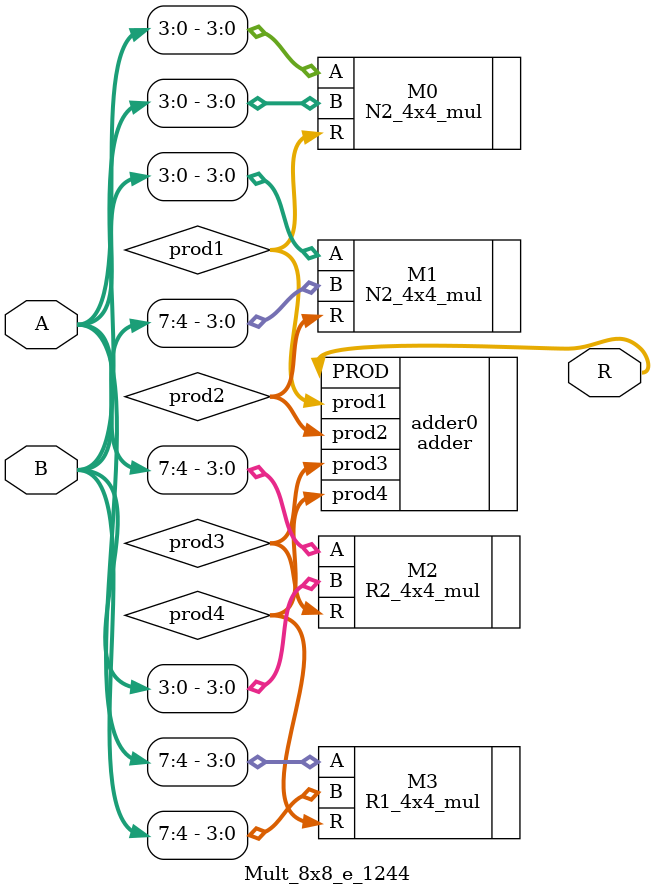
<source format=v>
module Mult_8x8_e_1244(
input [7:0] A,
input [7:0] B,
output [15:0]R
);
wire [7:0]prod1;
wire [7:0]prod2;
wire [7:0]prod3;
wire [7:0]prod4;

N2_4x4_mul M0(.A(A[3:0]),.B(B[3:0]),.R(prod1));
N2_4x4_mul M1(.A(A[3:0]),.B(B[7:4]),.R(prod2));
R2_4x4_mul M2(.A(A[7:4]),.B(B[3:0]),.R(prod3));
R1_4x4_mul M3(.A(A[7:4]),.B(B[7:4]),.R(prod4));
adder adder0(.prod1(prod1),.prod2(prod2),.prod3(prod3),.prod4(prod4),.PROD(R));
endmodule

</source>
